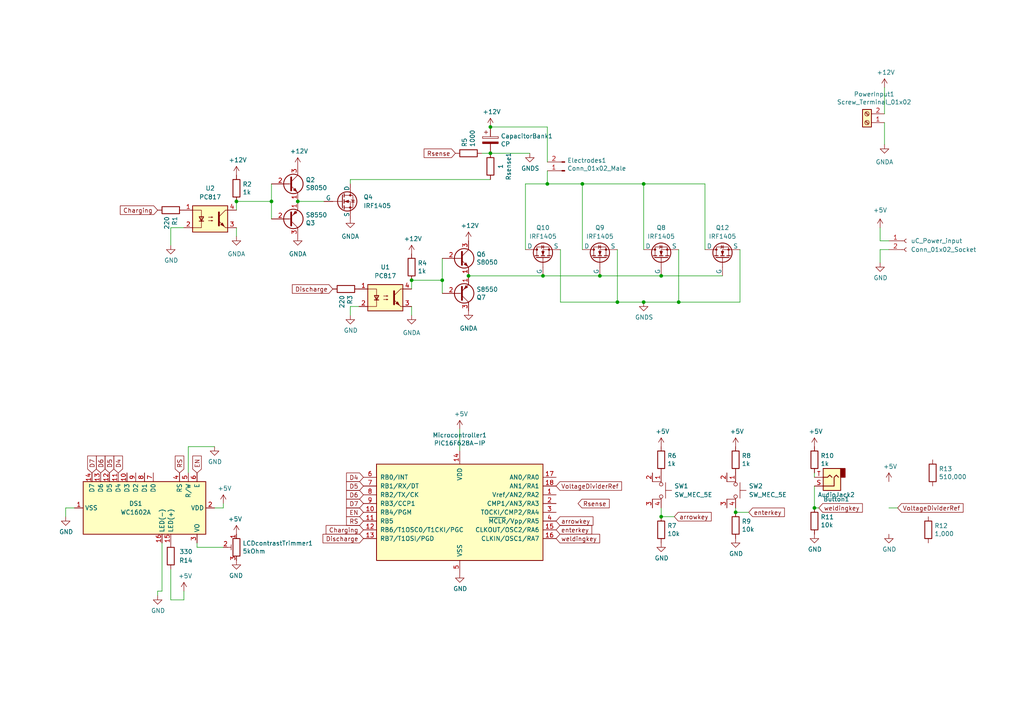
<source format=kicad_sch>
(kicad_sch (version 20230121) (generator eeschema)
  (paper "A4")
  (lib_symbols
    (symbol "Connector:Conn_01x02_Socket" (pin_names (offset 1.016) hide)
      (property "Reference" "J" (at 0 2.54 0))
      (property "Value" "Conn_01x02_Socket" (at 0 -5.08 0))
      (symbol "Conn_01x02_Socket_1_1"
        (arc (start 0 -2.032) (mid -0.5058 -2.54) (end 0 -3.048) (stroke (width 0.1524)))
        (polyline (pts (xy -1.27 -2.54) (xy -0.508 -2.54)) (stroke (width 0.1524)))
        (polyline (pts (xy -1.27 0) (xy -0.508 0)) (stroke (width 0.1524)))
        (arc (start 0 0.508) (mid -0.5058 0) (end 0 -0.508) (stroke (width 0.1524)))
        (pin passive line (at -5.08 0 0) (length 3.81) (name "Pin_1") (number "1"))
        (pin passive line (at -5.08 -2.54 0) (length 3.81) (name "Pin_2") (number "2"))
      )
    )
    (symbol "Connector:Screw_Terminal_01x02" (pin_names (offset 1.016) hide)
      (property "Reference" "J" (at 0 2.54 0))
      (property "Value" "Screw_Terminal_01x02" (at 0 -5.08 0))
      (symbol "Screw_Terminal_01x02_1_1"
        (rectangle (start -1.27 1.27) (end 1.27 -3.81) (stroke (width 0.254)) (fill (type background)))
        (circle (center 0 -2.54) (radius 0.635) (stroke (width 0.1524)))
        (polyline (pts (xy -0.5334 -2.2098) (xy 0.3302 -3.048)) (stroke (width 0.1524)))
        (polyline (pts (xy -0.5334 0.3302) (xy 0.3302 -0.508)) (stroke (width 0.1524)))
        (polyline (pts (xy -0.3556 -2.032) (xy 0.508 -2.8702)) (stroke (width 0.1524)))
        (polyline (pts (xy -0.3556 0.508) (xy 0.508 -0.3302)) (stroke (width 0.1524)))
        (circle (center 0 0) (radius 0.635) (stroke (width 0.1524)))
        (pin passive line (at -5.08 0 0) (length 3.81) (name "Pin_1") (number "1"))
        (pin passive line (at -5.08 -2.54 0) (length 3.81) (name "Pin_2") (number "2"))
      )
    )
    (symbol "Device:R" (pin_numbers hide) (pin_names (offset 0))
      (property "Reference" "R" (at 2.032 0 90))
      (property "Value" "R" (at 0 0 90))
      (symbol "R_0_1"
        (rectangle (start -1.016 -2.54) (end 1.016 2.54) (stroke (width 0.254)))
      )
      (symbol "R_1_1"
        (pin passive line (at 0 3.81 270) (length 1.27) (name "~") (number "1"))
        (pin passive line (at 0 -3.81 90) (length 1.27) (name "~") (number "2"))
      )
    )
    (symbol "Display_Character:WC1602A"
      (property "Reference" "DS" (at -5.842 19.05 0))
      (property "Value" "WC1602A" (at 5.334 19.05 0))
      (symbol "WC1602A_1_1"
        (rectangle (start -7.62 17.78) (end 7.62 -17.78) (stroke (width 0.254)) (fill (type background)))
        (pin power_in line (at 0 -20.32 90) (length 2.54) (name "VSS") (number "1"))
        (pin input line (at -10.16 -5.08 0) (length 2.54) (name "D3") (number "10"))
        (pin input line (at -10.16 -7.62 0) (length 2.54) (name "D4") (number "11"))
        (pin input line (at -10.16 -10.16 0) (length 2.54) (name "D5") (number "12"))
        (pin input line (at -10.16 -12.7 0) (length 2.54) (name "D6") (number "13"))
        (pin input line (at -10.16 -15.24 0) (length 2.54) (name "D7") (number "14"))
        (pin power_in line (at 10.16 7.62 180) (length 2.54) (name "LED(+)") (number "15"))
        (pin power_in line (at 10.16 5.08 180) (length 2.54) (name "LED(-)") (number "16"))
        (pin power_in line (at 0 20.32 270) (length 2.54) (name "VDD") (number "2"))
        (pin input line (at 10.16 15.24 180) (length 2.54) (name "VO") (number "3"))
        (pin input line (at -10.16 10.16 0) (length 2.54) (name "RS") (number "4"))
        (pin input line (at -10.16 12.7 0) (length 2.54) (name "R/W") (number "5"))
        (pin input line (at -10.16 15.24 0) (length 2.54) (name "E") (number "6"))
        (pin input line (at -10.16 2.54 0) (length 2.54) (name "D0") (number "7"))
        (pin input line (at -10.16 0 0) (length 2.54) (name "D1") (number "8"))
        (pin input line (at -10.16 -2.54 0) (length 2.54) (name "D2") (number "9"))
      )
    )
    (symbol "Isolator:PC817" (pin_names (offset 1.016))
      (property "Reference" "U" (at -5.08 5.08 0))
      (property "Value" "PC817" (at 0 5.08 0))
      (symbol "PC817_0_1"
        (rectangle (start -5.08 3.81) (end 5.08 -3.81) (stroke (width 0.254)) (fill (type background)))
        (polyline (pts (xy -3.175 -0.635) (xy -1.905 -0.635)) (stroke (width 0.254)))
        (polyline (pts (xy 2.54 0.635) (xy 4.445 2.54)))
        (polyline (pts (xy 4.445 -2.54) (xy 2.54 -0.635)) (fill (type outline)))
        (polyline (pts (xy 4.445 -2.54) (xy 5.08 -2.54)))
        (polyline (pts (xy 4.445 2.54) (xy 5.08 2.54)))
        (polyline (pts (xy -5.08 2.54) (xy -2.54 2.54) (xy -2.54 -0.635)))
        (polyline (pts (xy -2.54 -0.635) (xy -2.54 -2.54) (xy -5.08 -2.54)))
        (polyline (pts (xy 2.54 1.905) (xy 2.54 -1.905) (xy 2.54 -1.905)) (stroke (width 0.508)))
        (polyline (pts (xy -2.54 -0.635) (xy -3.175 0.635) (xy -1.905 0.635) (xy -2.54 -0.635)) (stroke (width 0.254)))
        (polyline (pts (xy -0.508 -0.508) (xy 0.762 -0.508) (xy 0.381 -0.635) (xy 0.381 -0.381) (xy 0.762 -0.508)))
        (polyline (pts (xy -0.508 0.508) (xy 0.762 0.508) (xy 0.381 0.381) (xy 0.381 0.635) (xy 0.762 0.508)))
        (polyline (pts (xy 3.048 -1.651) (xy 3.556 -1.143) (xy 4.064 -2.159) (xy 3.048 -1.651) (xy 3.048 -1.651)) (fill (type outline)))
      )
      (symbol "PC817_1_1"
        (pin passive line (at -7.62 2.54 0) (length 2.54) (name "~") (number "1"))
        (pin passive line (at -7.62 -2.54 0) (length 2.54) (name "~") (number "2"))
        (pin passive line (at 7.62 -2.54 180) (length 2.54) (name "~") (number "3"))
        (pin passive line (at 7.62 2.54 180) (length 2.54) (name "~") (number "4"))
      )
    )
    (symbol "MCU_Microchip_PIC16:PIC16F628A-IP" (pin_names (offset 1.016))
      (property "Reference" "U" (at -24.13 17.78 0))
      (property "Value" "PIC16F628A-IP" (at -24.13 15.24 0))
      (symbol "PIC16F628A-IP_0_1"
        (rectangle (start 24.13 13.97) (end -24.13 -13.97) (stroke (width 0.254)) (fill (type background)))
      )
      (symbol "PIC16F628A-IP_1_1"
        (pin bidirectional line (at 27.94 5.08 180) (length 3.81) (name "Vref/AN2/RA2") (number "1"))
        (pin bidirectional line (at -27.94 0 0) (length 3.81) (name "RB4/PGM") (number "10"))
        (pin bidirectional line (at -27.94 -2.54 0) (length 3.81) (name "RB5") (number "11"))
        (pin bidirectional line (at -27.94 -5.08 0) (length 3.81) (name "RB6/T1OSC0/T1CKI/PGC") (number "12"))
        (pin bidirectional line (at -27.94 -7.62 0) (length 3.81) (name "RB7/T1OSI/PGD") (number "13"))
        (pin power_in line (at 0 17.78 270) (length 3.81) (name "VDD") (number "14"))
        (pin bidirectional line (at 27.94 -5.08 180) (length 3.81) (name "CLKOUT/OSC2/RA6") (number "15"))
        (pin bidirectional line (at 27.94 -7.62 180) (length 3.81) (name "CLKIN/OSC1/RA7") (number "16"))
        (pin bidirectional line (at 27.94 10.16 180) (length 3.81) (name "AN0/RA0") (number "17"))
        (pin bidirectional line (at 27.94 7.62 180) (length 3.81) (name "AN1/RA1") (number "18"))
        (pin bidirectional line (at 27.94 2.54 180) (length 3.81) (name "CMP1/AN3/RA3") (number "2"))
        (pin bidirectional line (at 27.94 0 180) (length 3.81) (name "TOCKI/CMP2/RA4") (number "3"))
        (pin input line (at 27.94 -2.54 180) (length 3.81) (name "~{MCLR}/Vpp/RA5") (number "4"))
        (pin power_in line (at 0 -17.78 90) (length 3.81) (name "VSS") (number "5"))
        (pin bidirectional line (at -27.94 10.16 0) (length 3.81) (name "RB0/INT") (number "6"))
        (pin bidirectional line (at -27.94 7.62 0) (length 3.81) (name "RB1/RX/DT") (number "7"))
        (pin bidirectional line (at -27.94 5.08 0) (length 3.81) (name "RB2/TX/CK") (number "8"))
        (pin bidirectional line (at -27.94 2.54 0) (length 3.81) (name "RB3/CCP1") (number "9"))
      )
    )
    (symbol "Simulation_SPICE:NMOS" (pin_numbers hide) (pin_names (offset 0))
      (property "Reference" "Q" (at 5.08 1.27 0))
      (property "Value" "NMOS" (at 5.08 -1.27 0))
      (symbol "NMOS_0_1"
        (polyline (pts (xy 0.254 0) (xy -2.54 0)))
        (polyline (pts (xy 0.254 1.905) (xy 0.254 -1.905)) (stroke (width 0.254)))
        (polyline (pts (xy 0.762 -1.27) (xy 0.762 -2.286)) (stroke (width 0.254)))
        (polyline (pts (xy 0.762 0.508) (xy 0.762 -0.508)) (stroke (width 0.254)))
        (polyline (pts (xy 0.762 2.286) (xy 0.762 1.27)) (stroke (width 0.254)))
        (polyline (pts (xy 2.54 2.54) (xy 2.54 1.778)))
        (polyline (pts (xy 2.54 -2.54) (xy 2.54 0) (xy 0.762 0)))
        (polyline (pts (xy 0.762 -1.778) (xy 3.302 -1.778) (xy 3.302 1.778) (xy 0.762 1.778)))
        (polyline (pts (xy 1.016 0) (xy 2.032 0.381) (xy 2.032 -0.381) (xy 1.016 0)) (fill (type outline)))
        (polyline (pts (xy 2.794 0.508) (xy 2.921 0.381) (xy 3.683 0.381) (xy 3.81 0.254)))
        (polyline (pts (xy 3.302 0.381) (xy 2.921 -0.254) (xy 3.683 -0.254) (xy 3.302 0.381)))
        (circle (center 1.651 0) (radius 2.794) (stroke (width 0.254)))
        (circle (center 2.54 -1.778) (radius 0.254) (fill (type outline)))
        (circle (center 2.54 1.778) (radius 0.254) (fill (type outline)))
      )
      (symbol "NMOS_1_1"
        (pin passive line (at 2.54 5.08 270) (length 2.54) (name "D") (number "1"))
        (pin input line (at -5.08 0 0) (length 2.54) (name "G") (number "2"))
        (pin passive line (at 2.54 -5.08 90) (length 2.54) (name "S") (number "3"))
      )
    )
    (symbol "Switch:SW_MEC_5E" (pin_names (offset 1.016) hide)
      (property "Reference" "SW" (at 0.635 5.715 0))
      (property "Value" "SW_MEC_5E" (at 0 -3.175 0))
      (symbol "SW_MEC_5E_0_1"
        (circle (center -1.778 2.54) (radius 0.508))
        (polyline (pts (xy -2.286 3.81) (xy 2.286 3.81)))
        (polyline (pts (xy 0 3.81) (xy 0 5.588)))
        (polyline (pts (xy -2.54 0) (xy -2.54 2.54) (xy -2.286 2.54)))
        (polyline (pts (xy 2.54 0) (xy 2.54 2.54) (xy 2.286 2.54)))
        (circle (center 1.778 2.54) (radius 0.508))
        (pin passive line (at -5.08 2.54 0) (length 2.54) (name "1") (number "1"))
        (pin passive line (at -5.08 0 0) (length 2.54) (name "2") (number "2"))
        (pin passive line (at 5.08 0 180) (length 2.54) (name "K") (number "3"))
        (pin passive line (at 5.08 2.54 180) (length 2.54) (name "A") (number "4"))
      )
    )
    (symbol "Transistor_BJT:S8050" (pin_names (offset 0) hide)
      (property "Reference" "Q" (at 5.08 1.905 0))
      (property "Value" "S8050" (at 5.08 0 0))
      (symbol "S8050_0_1"
        (polyline (pts (xy 0 0) (xy 0.635 0)))
        (polyline (pts (xy 0.635 0.635) (xy 2.54 2.54)))
        (polyline (pts (xy 0.635 -0.635) (xy 2.54 -2.54) (xy 2.54 -2.54)))
        (polyline (pts (xy 0.635 1.905) (xy 0.635 -1.905) (xy 0.635 -1.905)) (stroke (width 0.508)))
        (polyline (pts (xy 1.27 -1.778) (xy 1.778 -1.27) (xy 2.286 -2.286) (xy 1.27 -1.778) (xy 1.27 -1.778)) (fill (type outline)))
        (circle (center 1.27 0) (radius 2.8194) (stroke (width 0.254)))
      )
      (symbol "S8050_1_1"
        (pin passive line (at 2.54 -5.08 90) (length 2.54) (name "E") (number "1"))
        (pin input line (at -5.08 0 0) (length 5.08) (name "B") (number "2"))
        (pin passive line (at 2.54 5.08 270) (length 2.54) (name "C") (number "3"))
      )
    )
    (symbol "Transistor_BJT:S8550" (pin_names (offset 0) hide)
      (property "Reference" "Q" (at 5.08 1.905 0))
      (property "Value" "S8550" (at 5.08 0 0))
      (symbol "S8550_0_1"
        (polyline (pts (xy 0 0) (xy 0.635 0)))
        (polyline (pts (xy 2.54 -2.54) (xy 0.635 -0.635)))
        (polyline (pts (xy 2.54 2.54) (xy 0.635 0.635)))
        (polyline (pts (xy 0.635 1.905) (xy 0.635 -1.905) (xy 0.635 -1.905)) (stroke (width 0.508)) (fill (type outline)))
        (polyline (pts (xy 1.778 -2.286) (xy 2.286 -1.778) (xy 1.27 -1.27) (xy 1.778 -2.286) (xy 1.778 -2.286)) (fill (type outline)))
        (circle (center 1.27 0) (radius 2.8194) (stroke (width 0.254)))
      )
      (symbol "S8550_1_1"
        (pin passive line (at 2.54 -5.08 90) (length 2.54) (name "E") (number "1"))
        (pin input line (at -5.08 0 0) (length 5.08) (name "B") (number "2"))
        (pin passive line (at 2.54 5.08 270) (length 2.54) (name "C") (number "3"))
      )
    )
    (symbol "circuit-rescue:AudioJack2-Connector"
      (property "Reference" "J" (at 0 8.89 0))
      (property "Value" "Connector_AudioJack2" (at 0 6.35 0))
      (symbol "AudioJack2-Connector_0_1"
        (rectangle (start -3.81 0) (end -2.54 -2.54) (stroke (width 0.254)) (fill (type outline)))
        (rectangle (start -2.54 3.81) (end 2.54 -2.54) (stroke (width 0.254)) (fill (type background)))
        (polyline (pts (xy 0 0) (xy 0.635 -0.635) (xy 1.27 0) (xy 2.54 0)) (stroke (width 0.254)))
        (polyline (pts (xy 2.54 2.54) (xy -0.635 2.54) (xy -0.635 0) (xy -1.27 -0.635) (xy -1.905 0)) (stroke (width 0.254)))
      )
      (symbol "AudioJack2-Connector_1_1"
        (pin passive line (at 5.08 2.54 180) (length 2.54) (name "~") (number "S"))
        (pin passive line (at 5.08 0 180) (length 2.54) (name "~") (number "T"))
      )
    )
    (symbol "circuit-rescue:CP-Device" (pin_numbers hide) (pin_names (offset 0.254))
      (property "Reference" "C" (at 0.635 2.54 0))
      (property "Value" "Device_CP" (at 0.635 -2.54 0))
      (symbol "CP-Device_0_1"
        (rectangle (start -2.286 0.508) (end 2.286 1.016))
        (polyline (pts (xy -1.778 2.286) (xy -0.762 2.286)))
        (polyline (pts (xy -1.27 2.794) (xy -1.27 1.778)))
        (rectangle (start 2.286 -0.508) (end -2.286 -1.016) (fill (type outline)))
      )
      (symbol "CP-Device_1_1"
        (pin passive line (at 0 3.81 270) (length 2.794) (name "~") (number "1"))
        (pin passive line (at 0 -3.81 90) (length 2.794) (name "~") (number "2"))
      )
    )
    (symbol "circuit-rescue:Conn_01x02_Male-Connector" (pin_names (offset 1.016) hide)
      (property "Reference" "J" (at 0 2.54 0))
      (property "Value" "Connector_Conn_01x02_Male" (at 0 -5.08 0))
      (symbol "Conn_01x02_Male-Connector_1_1"
        (polyline (pts (xy 1.27 -2.54) (xy 0.8636 -2.54)) (stroke (width 0.1524)))
        (polyline (pts (xy 1.27 0) (xy 0.8636 0)) (stroke (width 0.1524)))
        (rectangle (start 0.8636 -2.413) (end 0 -2.667) (stroke (width 0.1524)) (fill (type outline)))
        (rectangle (start 0.8636 0.127) (end 0 -0.127) (stroke (width 0.1524)) (fill (type outline)))
        (pin passive line (at 5.08 0 180) (length 3.81) (name "Pin_1") (number "1"))
        (pin passive line (at 5.08 -2.54 180) (length 3.81) (name "Pin_2") (number "2"))
      )
    )
    (symbol "circuit-rescue:R_POT_TRIM-Device" (pin_names (offset 1.016) hide)
      (property "Reference" "RV" (at -4.445 0 90))
      (property "Value" "Device_R_POT_TRIM" (at -2.54 0 90))
      (symbol "R_POT_TRIM-Device_0_1"
        (polyline (pts (xy 1.524 0.762) (xy 1.524 -0.762)))
        (polyline (pts (xy 2.54 0) (xy 1.524 0)))
        (rectangle (start 1.016 2.54) (end -1.016 -2.54) (stroke (width 0.254)))
      )
      (symbol "R_POT_TRIM-Device_1_1"
        (pin passive line (at 0 3.81 270) (length 1.27) (name "1") (number "1"))
        (pin passive line (at 3.81 0 180) (length 1.27) (name "2") (number "2"))
        (pin passive line (at 0 -3.81 90) (length 1.27) (name "3") (number "3"))
      )
    )
    (symbol "power:+12V" (power) (pin_names (offset 0))
      (property "Value" "+12V" (at 0 3.556 0))
      (symbol "+12V_0_1"
        (polyline (pts (xy -0.762 1.27) (xy 0 2.54)))
        (polyline (pts (xy 0 0) (xy 0 2.54)))
        (polyline (pts (xy 0 2.54) (xy 0.762 1.27)))
      )
      (symbol "+12V_1_1"
        (pin power_in line (at 0 0 90) (length 0) hide (name "+12V") (number "1"))
      )
    )
    (symbol "power:+5V" (power) (pin_names (offset 0))
      (property "Value" "+5V" (at 0 3.556 0))
      (symbol "+5V_0_1"
        (polyline (pts (xy -0.762 1.27) (xy 0 2.54)))
        (polyline (pts (xy 0 0) (xy 0 2.54)))
        (polyline (pts (xy 0 2.54) (xy 0.762 1.27)))
      )
      (symbol "+5V_1_1"
        (pin power_in line (at 0 0 90) (length 0) hide (name "+5V") (number "1"))
      )
    )
    (symbol "power:GND" (power) (pin_names (offset 0))
      (property "Value" "GND" (at 0 -3.81 0))
      (symbol "GND_0_1"
        (polyline (pts (xy 0 0) (xy 0 -1.27) (xy 1.27 -1.27) (xy 0 -2.54) (xy -1.27 -1.27) (xy 0 -1.27)))
      )
      (symbol "GND_1_1"
        (pin power_in line (at 0 0 270) (length 0) hide (name "GND") (number "1"))
      )
    )
    (symbol "power:GNDA" (power) (pin_names (offset 0))
      (property "Value" "GNDA" (at 0 -3.81 0))
      (symbol "GNDA_0_1"
        (polyline (pts (xy 0 0) (xy 0 -1.27) (xy 1.27 -1.27) (xy 0 -2.54) (xy -1.27 -1.27) (xy 0 -1.27)))
      )
      (symbol "GNDA_1_1"
        (pin power_in line (at 0 0 270) (length 0) hide (name "GNDA") (number "1"))
      )
    )
    (symbol "power:GNDS" (power) (pin_names (offset 0))
      (property "Value" "GNDS" (at 0 -3.81 0))
      (symbol "GNDS_0_1"
        (polyline (pts (xy 0 0) (xy 0 -1.27) (xy 1.27 -1.27) (xy 0 -2.54) (xy -1.27 -1.27) (xy 0 -1.27)))
      )
      (symbol "GNDS_1_1"
        (pin power_in line (at 0 0 270) (length 0) hide (name "GNDS") (number "1"))
      )
    )
  )
  (junction (at 168.91 53.34))
  (junction (at 236.22 147.32))
  (junction (at 68.58 58.42))
  (junction (at 186.69 53.34))
  (junction (at 186.69 87.63))
  (junction (at 142.24 44.45))
  (junction (at 119.38 81.28))
  (junction (at 191.77 149.86))
  (junction (at 157.48 80.01))
  (junction (at 213.36 148.59))
  (junction (at 78.74 58.42))
  (junction (at 179.07 87.63))
  (junction (at 142.24 36.83))
  (junction (at 191.77 80.01))
  (junction (at 158.75 53.34))
  (junction (at 86.36 58.42))
  (junction (at 128.27 81.28))
  (junction (at 135.89 80.01))
  (junction (at 173.99 80.01))
  (junction (at 196.85 87.63))
  (wire (pts (xy 162.56 72.39) (xy 162.56 87.63)))
  (wire (pts (xy 128.27 81.28) (xy 119.38 81.28)))
  (wire (pts (xy 133.35 124.46) (xy 133.35 130.81)))
  (wire (pts (xy 78.74 58.42) (xy 78.74 63.5)))
  (wire (pts (xy 139.7 44.45) (xy 142.24 44.45)))
  (wire (pts (xy 236.22 140.97) (xy 236.22 147.32)))
  (wire (pts (xy 157.48 80.01) (xy 173.99 80.01)))
  (wire (pts (xy 19.05 149.86) (xy 19.05 147.32)))
  (wire (pts (xy 53.34 173.99) (xy 53.34 171.45)))
  (wire (pts (xy 255.27 72.39) (xy 257.81 72.39)))
  (wire (pts (xy 128.27 81.28) (xy 128.27 85.09)))
  (wire (pts (xy 195.58 149.86) (xy 191.77 149.86)))
  (wire (pts (xy 191.77 147.32) (xy 191.77 149.86)))
  (wire (pts (xy 168.91 53.34) (xy 186.69 53.34)))
  (wire (pts (xy 49.53 66.04) (xy 53.34 66.04)))
  (wire (pts (xy 68.58 58.42) (xy 78.74 58.42)))
  (wire (pts (xy 93.98 58.42) (xy 86.36 58.42)))
  (wire (pts (xy 158.75 53.34) (xy 168.91 53.34)))
  (wire (pts (xy 152.4 53.34) (xy 158.75 53.34)))
  (wire (pts (xy 19.05 147.32) (xy 21.59 147.32)))
  (wire (pts (xy 214.63 87.63) (xy 196.85 87.63)))
  (wire (pts (xy 45.72 172.72) (xy 45.72 171.45)))
  (wire (pts (xy 237.49 147.32) (xy 236.22 147.32)))
  (wire (pts (xy 162.56 87.63) (xy 179.07 87.63)))
  (wire (pts (xy 255.27 66.04) (xy 255.27 69.85)))
  (wire (pts (xy 49.53 165.1) (xy 49.53 173.99)))
  (wire (pts (xy 142.24 52.07) (xy 101.6 52.07)))
  (wire (pts (xy 142.24 44.45) (xy 153.67 44.45)))
  (wire (pts (xy 78.74 53.34) (xy 78.74 58.42)))
  (wire (pts (xy 49.53 71.12) (xy 49.53 66.04)))
  (wire (pts (xy 179.07 72.39) (xy 179.07 87.63)))
  (wire (pts (xy 217.17 148.59) (xy 213.36 148.59)))
  (wire (pts (xy 191.77 80.01) (xy 209.55 80.01)))
  (wire (pts (xy 196.85 72.39) (xy 196.85 87.63)))
  (wire (pts (xy 119.38 81.28) (xy 119.38 83.82)))
  (wire (pts (xy 49.53 173.99) (xy 53.34 173.99)))
  (wire (pts (xy 179.07 87.63) (xy 186.69 87.63)))
  (wire (pts (xy 68.58 58.42) (xy 68.58 60.96)))
  (wire (pts (xy 64.77 147.32) (xy 62.23 147.32)))
  (wire (pts (xy 128.27 74.93) (xy 128.27 81.28)))
  (wire (pts (xy 45.72 171.45) (xy 46.99 171.45)))
  (wire (pts (xy 142.24 36.83) (xy 158.75 36.83)))
  (wire (pts (xy 213.36 147.32) (xy 213.36 148.59)))
  (wire (pts (xy 152.4 72.39) (xy 152.4 53.34)))
  (wire (pts (xy 57.15 158.75) (xy 57.15 157.48)))
  (wire (pts (xy 46.99 157.48) (xy 46.99 171.45)))
  (wire (pts (xy 158.75 36.83) (xy 158.75 46.99)))
  (wire (pts (xy 255.27 69.85) (xy 257.81 69.85)))
  (wire (pts (xy 64.77 146.05) (xy 64.77 147.32)))
  (wire (pts (xy 135.89 80.01) (xy 157.48 80.01)))
  (wire (pts (xy 196.85 87.63) (xy 186.69 87.63)))
  (wire (pts (xy 204.47 72.39) (xy 204.47 53.34)))
  (wire (pts (xy 158.75 53.34) (xy 158.75 49.53)))
  (wire (pts (xy 101.6 88.9) (xy 104.14 88.9)))
  (wire (pts (xy 186.69 72.39) (xy 186.69 53.34)))
  (wire (pts (xy 186.69 53.34) (xy 204.47 53.34)))
  (wire (pts (xy 68.58 66.04) (xy 68.58 68.58)))
  (wire (pts (xy 236.22 137.16) (xy 236.22 138.43)))
  (wire (pts (xy 214.63 72.39) (xy 214.63 87.63)))
  (wire (pts (xy 173.99 80.01) (xy 191.77 80.01)))
  (wire (pts (xy 101.6 52.07) (xy 101.6 53.34)))
  (wire (pts (xy 256.54 25.4) (xy 256.54 33.02)))
  (wire (pts (xy 119.38 88.9) (xy 119.38 91.44)))
  (wire (pts (xy 54.61 129.54) (xy 62.23 129.54)))
  (wire (pts (xy 168.91 72.39) (xy 168.91 53.34)))
  (wire (pts (xy 255.27 76.2) (xy 255.27 72.39)))
  (wire (pts (xy 54.61 137.16) (xy 54.61 129.54)))
  (wire (pts (xy 64.77 158.75) (xy 57.15 158.75)))
  (wire (pts (xy 260.35 147.32) (xy 257.81 147.32)))
  (wire (pts (xy 256.54 35.56) (xy 256.54 41.91)))
  (wire (pts (xy 101.6 91.44) (xy 101.6 88.9)))
  (global_label "Discharge" (shape input) (at 96.52 83.82 180) (property "Intersheetrefs" "${INTERSHEET_REFS}" (effects hide)))
  (global_label "weldingkey" (shape input) (at 161.29 156.21 0) (property "Intersheetrefs" "${INTERSHEET_REFS}" (effects hide)))
  (global_label "D5" (shape input) (at 105.41 140.97 180) (property "Intersheetrefs" "${INTERSHEET_REFS}" (effects hide)))
  (global_label "weldingkey" (shape input) (at 237.49 147.32 0) (property "Intersheetrefs" "${INTERSHEET_REFS}" (effects hide)))
  (global_label "D6" (shape input) (at 105.41 143.51 180) (property "Intersheetrefs" "${INTERSHEET_REFS}" (effects hide)))
  (global_label "D7" (shape input) (at 105.41 146.05 180) (property "Intersheetrefs" "${INTERSHEET_REFS}" (effects hide)))
  (global_label "VoltageDividerRef" (shape input) (at 260.35 147.32 0) (property "Intersheetrefs" "${INTERSHEET_REFS}" (effects hide)))
  (global_label "D4" (shape input) (at 34.29 137.16 90) (property "Intersheetrefs" "${INTERSHEET_REFS}" (effects hide)))
  (global_label "Charging" (shape input) (at 45.72 60.96 180) (property "Intersheetrefs" "${INTERSHEET_REFS}" (effects hide)))
  (global_label "D7" (shape input) (at 26.67 137.16 90) (property "Intersheetrefs" "${INTERSHEET_REFS}" (effects hide)))
  (global_label "D4" (shape input) (at 105.41 138.43 180) (property "Intersheetrefs" "${INTERSHEET_REFS}" (effects hide)))
  (global_label "arrowkey" (shape input) (at 161.29 151.13 0) (property "Intersheetrefs" "${INTERSHEET_REFS}" (effects hide)))
  (global_label "EN" (shape input) (at 57.15 137.16 90) (property "Intersheetrefs" "${INTERSHEET_REFS}" (effects hide)))
  (global_label "Discharge" (shape input) (at 105.41 156.21 180) (property "Intersheetrefs" "${INTERSHEET_REFS}" (effects hide)))
  (global_label "RS" (shape input) (at 52.07 137.16 90) (property "Intersheetrefs" "${INTERSHEET_REFS}" (effects hide)))
  (global_label "enterkey" (shape input) (at 217.17 148.59 0) (property "Intersheetrefs" "${INTERSHEET_REFS}" (effects hide)))
  (global_label "Charging" (shape input) (at 105.41 153.67 180) (property "Intersheetrefs" "${INTERSHEET_REFS}" (effects hide)))
  (global_label "arrowkey" (shape input) (at 195.58 149.86 0) (property "Intersheetrefs" "${INTERSHEET_REFS}" (effects hide)))
  (global_label "RS" (shape input) (at 105.41 151.13 180) (property "Intersheetrefs" "${INTERSHEET_REFS}" (effects hide)))
  (global_label "EN" (shape input) (at 105.41 148.59 180) (property "Intersheetrefs" "${INTERSHEET_REFS}" (effects hide)))
  (global_label "enterkey" (shape input) (at 161.29 153.67 0) (property "Intersheetrefs" "${INTERSHEET_REFS}" (effects hide)))
  (global_label "D5" (shape input) (at 31.75 137.16 90) (property "Intersheetrefs" "${INTERSHEET_REFS}" (effects hide)))
  (global_label "Rsense" (shape input) (at 132.08 44.45 180) (property "Intersheetrefs" "${INTERSHEET_REFS}" (effects hide)))
  (global_label "D6" (shape input) (at 29.21 137.16 90) (property "Intersheetrefs" "${INTERSHEET_REFS}" (effects hide)))
  (global_label "Rsense" (shape input) (at 167.64 146.05 0) (property "Intersheetrefs" "${INTERSHEET_REFS}" (effects hide)))
  (global_label "VoltageDividerRef" (shape input) (at 161.29 140.97 0) (property "Intersheetrefs" "${INTERSHEET_REFS}" (effects hide)))
  (symbol (lib_id "power:GND") (at 257.81 154.94 0) (unit 1)
    (property "Reference" "#PWR036" (effects hide))
    (property "Value" "GND" (at 257.937 159.3342 0))
  )
  (symbol (lib_id "Connector:Screw_Terminal_01x02") (at 251.46 35.56 180) (unit 1)
    (property "Reference" "PowerInput1" (at 253.5428 27.305 0))
    (property "Value" "Screw_Terminal_01x02" (at 253.5428 29.6164 0))
    (property "Footprint" "TerminalBlock:TerminalBlock_bornier-2_P5.08mm" (effects hide))
  )
  (symbol (lib_id "power:+5V") (at 68.58 154.94 0) (mirror y) (unit 1)
    (property "Reference" "#PWR01" (effects hide))
    (property "Value" "+5V" (at 68.199 150.5458 0))
  )
  (symbol (lib_id "power:+12V") (at 86.36 48.26 0) (unit 1)
    (property "Reference" "#PWR08" (effects hide))
    (property "Value" "+12V" (at 86.741 43.8658 0))
  )
  (symbol (lib_id "power:+5V") (at 236.22 129.54 0) (unit 1)
    (property "Reference" "#PWR033" (effects hide))
    (property "Value" "+5V" (at 236.601 125.1458 0))
  )
  (symbol (lib_id "Device:R") (at 119.38 77.47 0) (unit 1)
    (property "Reference" "R4" (at 121.158 76.3016 0) (effects (justify left)))
    (property "Value" "1k" (at 121.158 78.613 0) (effects (justify left)))
    (property "Footprint" "Resistor_THT:R_Axial_DIN0207_L6.3mm_D2.5mm_P7.62mm_Horizontal" (effects hide))
  )
  (symbol (lib_id "Simulation_SPICE:NMOS") (at 209.55 74.93 90) (unit 1)
    (property "Reference" "Q12" (at 209.55 66.04 90))
    (property "Value" "IRF1405" (at 209.55 68.58 90))
    (property "Footprint" "Package_TO_SOT_THT:TO-220-3_Vertical" (effects hide))
    (property "Datasheet" "https://ngspice.sourceforge.io/docs/ngspice-manual.pdf" (effects hide))
    (property "Sim.Device" "NMOS" (effects hide))
    (property "Sim.Type" "VDMOS" (effects hide))
    (property "Sim.Pins" "1=D 2=G 3=S" (effects hide))
  )
  (symbol (lib_id "power:+12V") (at 135.89 69.85 0) (unit 1)
    (property "Reference" "#PWR015" (effects hide))
    (property "Value" "+12V" (at 136.271 65.4558 0))
  )
  (symbol (lib_id "Simulation_SPICE:NMOS") (at 173.99 74.93 90) (unit 1)
    (property "Reference" "Q9" (at 173.99 66.04 90))
    (property "Value" "IRF1405" (at 173.99 68.58 90))
    (property "Footprint" "Package_TO_SOT_THT:TO-220-3_Vertical" (effects hide))
    (property "Datasheet" "https://ngspice.sourceforge.io/docs/ngspice-manual.pdf" (effects hide))
    (property "Sim.Device" "NMOS" (effects hide))
    (property "Sim.Type" "VDMOS" (effects hide))
    (property "Sim.Pins" "1=D 2=G 3=S" (effects hide))
  )
  (symbol (lib_id "Device:R") (at 213.36 133.35 0) (unit 1)
    (property "Reference" "R8" (at 215.138 132.1816 0) (effects (justify left)))
    (property "Value" "1k" (at 215.138 134.493 0) (effects (justify left)))
    (property "Footprint" "Resistor_THT:R_Axial_DIN0207_L6.3mm_D2.5mm_P7.62mm_Horizontal" (effects hide))
  )
  (symbol (lib_id "Display_Character:WC1602A") (at 41.91 147.32 270) (unit 1)
    (property "Reference" "DS1" (at 39.37 146.05 90))
    (property "Value" "WC1602A" (at 39.37 148.59 90))
    (property "Footprint" "Display:WC1602A" (effects hide))
    (property "Datasheet" "http://www.wincomlcd.com/pdf/WC1602A-SFYLYHTC06.pdf" (effects hide))
  )
  (symbol (lib_id "Device:R") (at 270.51 137.16 0) (unit 1)
    (property "Reference" "R13" (at 272.288 135.9916 0) (effects (justify left)))
    (property "Value" "510,000" (at 272.288 138.303 0) (effects (justify left)))
    (property "Footprint" "Resistor_THT:R_Axial_DIN0207_L6.3mm_D2.5mm_P7.62mm_Horizontal" (effects hide))
  )
  (symbol (lib_id "Connector:Conn_01x02_Socket") (at 262.89 69.85 0) (unit 1)
    (property "Reference" "uC_Power_input" (at 264.16 69.85 0) (effects (justify left)))
    (property "Value" "Conn_01x02_Socket" (at 264.16 72.39 0) (effects (justify left)))
    (property "Footprint" "Connector_JST:JST_EH_B2B-EH-A_1x02_P2.50mm_Vertical" (effects hide))
  )
  (symbol (lib_id "Device:R") (at 236.22 151.13 0) (unit 1)
    (property "Reference" "R11" (at 237.998 149.9616 0) (effects (justify left)))
    (property "Value" "10k" (at 237.998 152.273 0) (effects (justify left)))
    (property "Footprint" "Resistor_THT:R_Axial_DIN0207_L6.3mm_D2.5mm_P7.62mm_Horizontal" (effects hide))
  )
  (symbol (lib_id "Transistor_BJT:S8050") (at 83.82 53.34 0) (unit 1)
    (property "Reference" "Q2" (at 88.646 52.1716 0) (effects (justify left)))
    (property "Value" "S8050" (at 88.646 54.483 0) (effects (justify left)))
    (property "Footprint" "Package_TO_SOT_THT:TO-92_Inline" (effects hide))
    (property "Datasheet" "http://www.unisonic.com.tw/datasheet/S8050.pdf" (effects hide))
  )
  (symbol (lib_id "Isolator:PC817") (at 111.76 86.36 0) (unit 1)
    (property "Reference" "U1" (at 111.76 77.47 0))
    (property "Value" "PC817" (at 111.76 80.01 0))
    (property "Footprint" "Package_DIP:DIP-4_W7.62mm" (effects hide))
    (property "Datasheet" "http://www.soselectronic.cz/a_info/resource/d/pc817.pdf" (effects hide))
  )
  (symbol (lib_id "power:GND") (at 68.58 162.56 0) (mirror y) (unit 1)
    (property "Reference" "#PWR02" (effects hide))
    (property "Value" "GND" (at 68.453 166.9542 0))
  )
  (symbol (lib_id "power:GNDA") (at 119.38 91.44 0) (unit 1)
    (property "Reference" "#PWR014" (effects hide))
    (property "Value" "GNDA" (at 119.38 96.52 0))
  )
  (symbol (lib_id "Device:R") (at 49.53 161.29 180) (unit 1)
    (property "Reference" "R14" (at 55.88 162.56 0) (effects (justify left)))
    (property "Value" "330" (at 55.88 160.02 0) (effects (justify left)))
    (property "Footprint" "Resistor_THT:R_Axial_DIN0207_L6.3mm_D2.5mm_P7.62mm_Horizontal" (effects hide))
  )
  (symbol (lib_id "Device:R") (at 269.24 153.67 0) (unit 1)
    (property "Reference" "R12" (at 271.018 152.5016 0) (effects (justify left)))
    (property "Value" "1,000" (at 271.018 154.813 0) (effects (justify left)))
    (property "Footprint" "Resistor_THT:R_Axial_DIN0207_L6.3mm_D2.5mm_P7.62mm_Horizontal" (effects hide))
  )
  (symbol (lib_id "Simulation_SPICE:NMOS") (at 191.77 74.93 90) (unit 1)
    (property "Reference" "Q8" (at 191.77 66.04 90))
    (property "Value" "IRF1405" (at 191.77 68.58 90))
    (property "Footprint" "Package_TO_SOT_THT:TO-220-3_Vertical" (effects hide))
    (property "Datasheet" "https://ngspice.sourceforge.io/docs/ngspice-manual.pdf" (effects hide))
    (property "Sim.Device" "NMOS" (effects hide))
    (property "Sim.Type" "VDMOS" (effects hide))
    (property "Sim.Pins" "1=D 2=G 3=S" (effects hide))
  )
  (symbol (lib_id "Device:R") (at 49.53 60.96 270) (unit 1)
    (property "Reference" "R1" (at 50.6984 62.738 0) (effects (justify left)))
    (property "Value" "220" (at 48.387 62.738 0) (effects (justify left)))
    (property "Footprint" "Resistor_THT:R_Axial_DIN0207_L6.3mm_D2.5mm_P7.62mm_Horizontal" (effects hide))
  )
  (symbol (lib_id "power:GNDA") (at 135.89 90.17 0) (unit 1)
    (property "Reference" "#PWR016" (effects hide))
    (property "Value" "GNDA" (at 135.89 95.25 0))
  )
  (symbol (lib_id "power:+5V") (at 257.81 139.7 0) (unit 1)
    (property "Reference" "#PWR035" (effects hide))
    (property "Value" "+5V" (at 258.191 135.3058 0))
  )
  (symbol (lib_id "Switch:SW_MEC_5E") (at 189.23 142.24 270) (unit 1)
    (property "Reference" "SW1" (at 195.58 140.97 90) (effects (justify left)))
    (property "Value" "SW_MEC_5E" (at 195.58 143.51 90) (effects (justify left)))
    (property "Footprint" "Button_Switch_THT:SW_PUSH-12mm" (effects hide))
    (property "Datasheet" "http://www.apem.com/int/index.php?controller=attachment&id_attachment=1371" (effects hide))
  )
  (symbol (lib_id "Device:R") (at 191.77 153.67 0) (unit 1)
    (property "Reference" "R7" (at 193.548 152.5016 0) (effects (justify left)))
    (property "Value" "10k" (at 193.548 154.813 0) (effects (justify left)))
    (property "Footprint" "Resistor_THT:R_Axial_DIN0207_L6.3mm_D2.5mm_P7.62mm_Horizontal" (effects hide))
  )
  (symbol (lib_id "power:GNDA") (at 86.36 68.58 0) (unit 1)
    (property "Reference" "#PWR09" (effects hide))
    (property "Value" "GNDA" (at 86.36 73.66 0))
  )
  (symbol (lib_id "circuit-rescue:R_POT_TRIM-Device") (at 68.58 158.75 0) (mirror y) (unit 1)
    (property "Reference" "LCDcontrastTrimmer1" (at 70.358 157.5816 0) (effects (justify right)))
    (property "Value" "5kOhm" (at 70.358 159.893 0) (effects (justify right)))
    (property "Footprint" "trimmer:trimmerEVND8A" (effects hide))
  )
  (symbol (lib_id "Device:R") (at 68.58 54.61 0) (unit 1)
    (property "Reference" "R2" (at 70.358 53.4416 0) (effects (justify left)))
    (property "Value" "1k" (at 70.358 55.753 0) (effects (justify left)))
    (property "Footprint" "Resistor_THT:R_Axial_DIN0207_L6.3mm_D2.5mm_P7.62mm_Horizontal" (effects hide))
  )
  (symbol (lib_id "Transistor_BJT:S8050") (at 133.35 74.93 0) (unit 1)
    (property "Reference" "Q6" (at 138.176 73.7616 0) (effects (justify left)))
    (property "Value" "S8050" (at 138.176 76.073 0) (effects (justify left)))
    (property "Footprint" "Package_TO_SOT_THT:TO-92_Inline" (effects hide))
    (property "Datasheet" "http://www.unisonic.com.tw/datasheet/S8050.pdf" (effects hide))
  )
  (symbol (lib_id "Device:R") (at 135.89 44.45 90) (unit 1)
    (property "Reference" "R5" (at 134.7216 42.672 0) (effects (justify left)))
    (property "Value" "1000" (at 137.033 42.672 0) (effects (justify left)))
    (property "Footprint" "Resistor_THT:R_Axial_DIN0207_L6.3mm_D2.5mm_P7.62mm_Horizontal" (effects hide))
  )
  (symbol (lib_id "power:GND") (at 191.77 157.48 0) (unit 1)
    (property "Reference" "#PWR025" (effects hide))
    (property "Value" "GND" (at 191.897 161.8742 0))
  )
  (symbol (lib_id "power:+12V") (at 256.54 25.4 0) (unit 1)
    (property "Reference" "#PWR022" (effects hide))
    (property "Value" "+12V" (at 256.921 21.0058 0))
  )
  (symbol (lib_id "Device:R") (at 191.77 133.35 0) (unit 1)
    (property "Reference" "R6" (at 193.548 132.1816 0) (effects (justify left)))
    (property "Value" "1k" (at 193.548 134.493 0) (effects (justify left)))
    (property "Footprint" "Resistor_THT:R_Axial_DIN0207_L6.3mm_D2.5mm_P7.62mm_Horizontal" (effects hide))
  )
  (symbol (lib_id "Device:R") (at 100.33 83.82 270) (unit 1)
    (property "Reference" "R3" (at 101.4984 85.598 0) (effects (justify left)))
    (property "Value" "220" (at 99.187 85.598 0) (effects (justify left)))
    (property "Footprint" "Resistor_THT:R_Axial_DIN0207_L6.3mm_D2.5mm_P7.62mm_Horizontal" (effects hide))
  )
  (symbol (lib_id "circuit-rescue:Conn_01x02_Male-Connector") (at 163.83 49.53 180) (unit 1)
    (property "Reference" "Electrodes1" (at 164.5412 46.5328 0) (effects (justify right)))
    (property "Value" "Conn_01x02_Male" (at 164.5412 48.8442 0) (effects (justify right)))
    (property "Footprint" "TerminalBlock:TerminalBlock_bornier-2_P5.08mm" (effects hide))
  )
  (symbol (lib_id "circuit-rescue:CP-Device") (at 142.24 40.64 0) (unit 1)
    (property "Reference" "CapacitorBank1" (at 145.2372 39.4716 0) (effects (justify left)))
    (property "Value" "CP" (at 145.2372 41.783 0) (effects (justify left)))
    (property "Footprint" "TerminalBlock:TerminalBlock_bornier-2_P5.08mm" (effects hide))
  )
  (symbol (lib_id "power:+12V") (at 119.38 73.66 0) (unit 1)
    (property "Reference" "#PWR013" (effects hide))
    (property "Value" "+12V" (at 119.761 69.2658 0))
  )
  (symbol (lib_id "power:GNDA") (at 68.58 68.58 0) (unit 1)
    (property "Reference" "#PWR06" (effects hide))
    (property "Value" "GNDA" (at 68.58 73.66 0))
  )
  (symbol (lib_id "power:+5V") (at 191.77 129.54 0) (unit 1)
    (property "Reference" "#PWR024" (effects hide))
    (property "Value" "+5V" (at 192.151 125.1458 0))
  )
  (symbol (lib_id "power:+5V") (at 255.27 66.04 0) (unit 1)
    (property "Reference" "#PWR03" (effects hide))
    (property "Value" "+5V" (at 255.27 60.96 0))
  )
  (symbol (lib_id "circuit-rescue:AudioJack2-Connector") (at 241.3 138.43 180) (unit 1)
    (property "Reference" "Button1" (at 242.57 144.78 0))
    (property "Value" "AudioJack2" (at 242.57 143.51 0))
    (property "Footprint" "Connector_Audio:Jack_3.5mm_CUI_SJ-3523-SMT_Horizontal" (effects hide))
  )
  (symbol (lib_id "power:GNDA") (at 256.54 41.91 0) (unit 1)
    (property "Reference" "#PWR04" (effects hide))
    (property "Value" "GNDA" (at 256.54 46.99 0))
  )
  (symbol (lib_id "Isolator:PC817") (at 60.96 63.5 0) (unit 1)
    (property "Reference" "U2" (at 60.96 54.61 0))
    (property "Value" "PC817" (at 60.96 57.15 0))
    (property "Footprint" "Package_DIP:DIP-4_W7.62mm" (effects hide))
    (property "Datasheet" "http://www.soselectronic.cz/a_info/resource/d/pc817.pdf" (effects hide))
  )
  (symbol (lib_id "power:GND") (at 49.53 71.12 0) (unit 1)
    (property "Reference" "#PWR011" (effects hide))
    (property "Value" "GND" (at 49.657 75.5142 0))
  )
  (symbol (lib_id "Device:R") (at 142.24 48.26 180) (unit 1)
    (property "Reference" "Rsense1" (at 147.4978 48.26 90))
    (property "Value" "1" (at 145.1864 48.26 90))
    (property "Footprint" "Resistor_THT:R_Axial_Power_L25.0mm_W9.0mm_P27.94mm" (effects hide))
  )
  (symbol (lib_id "Device:R") (at 213.36 152.4 0) (unit 1)
    (property "Reference" "R9" (at 215.138 151.2316 0) (effects (justify left)))
    (property "Value" "10k" (at 215.138 153.543 0) (effects (justify left)))
    (property "Footprint" "Resistor_THT:R_Axial_DIN0207_L6.3mm_D2.5mm_P7.62mm_Horizontal" (effects hide))
  )
  (symbol (lib_id "power:GNDA") (at 101.6 63.5 0) (unit 1)
    (property "Reference" "#PWR012" (effects hide))
    (property "Value" "GNDA" (at 101.6 68.58 0))
  )
  (symbol (lib_id "power:+12V") (at 68.58 50.8 0) (unit 1)
    (property "Reference" "#PWR05" (effects hide))
    (property "Value" "+12V" (at 68.961 46.4058 0))
  )
  (symbol (lib_id "power:GND") (at 62.23 129.54 0) (unit 1)
    (property "Reference" "#PWR041" (effects hide))
    (property "Value" "GND" (at 62.357 133.9342 0))
  )
  (symbol (lib_id "Transistor_BJT:S8550") (at 83.82 63.5 0) (mirror x) (unit 1)
    (property "Reference" "Q3" (at 88.646 64.6684 0) (effects (justify left)))
    (property "Value" "S8550" (at 88.646 62.357 0) (effects (justify left)))
    (property "Footprint" "Package_TO_SOT_THT:TO-92_Inline" (effects hide))
    (property "Datasheet" "http://www.unisonic.com.tw/datasheet/S8550.pdf" (effects hide))
  )
  (symbol (lib_id "power:GND") (at 133.35 166.37 0) (unit 1)
    (property "Reference" "#PWR019" (effects hide))
    (property "Value" "GND" (at 133.477 170.7642 0))
  )
  (symbol (lib_id "MCU_Microchip_PIC16:PIC16F628A-IP") (at 133.35 148.59 0) (unit 1)
    (property "Reference" "Microcontroller1" (at 133.35 126.2126 0))
    (property "Value" "PIC16F628A-IP" (at 133.35 128.524 0))
    (property "Footprint" "Package_DIP:DIP-18_W7.62mm_LongPads" (effects hide))
    (property "Datasheet" "http://ww1.microchip.com/downloads/en/DeviceDoc/40300c.pdf" (effects hide))
  )
  (symbol (lib_id "Simulation_SPICE:NMOS") (at 99.06 58.42 0) (unit 1)
    (property "Reference" "Q4" (at 105.41 57.15 0) (effects (justify left)))
    (property "Value" "IRF1405" (at 105.41 59.69 0) (effects (justify left)))
    (property "Footprint" "Package_TO_SOT_THT:TO-220-3_Vertical" (effects hide))
    (property "Datasheet" "https://ngspice.sourceforge.io/docs/ngspice-manual.pdf" (effects hide))
    (property "Sim.Device" "NMOS" (effects hide))
    (property "Sim.Type" "VDMOS" (effects hide))
    (property "Sim.Pins" "1=D 2=G 3=S" (effects hide))
  )
  (symbol (lib_id "power:+12V") (at 142.24 36.83 0) (unit 1)
    (property "Reference" "#PWR017" (effects hide))
    (property "Value" "+12V" (at 142.621 32.4358 0))
  )
  (symbol (lib_id "power:GND") (at 213.36 156.21 0) (unit 1)
    (property "Reference" "#PWR029" (effects hide))
    (property "Value" "GND" (at 213.487 160.6042 0))
  )
  (symbol (lib_id "power:+5V") (at 133.35 124.46 0) (unit 1)
    (property "Reference" "#PWR018" (effects hide))
    (property "Value" "+5V" (at 133.731 120.0658 0))
  )
  (symbol (lib_id "Transistor_BJT:S8550") (at 133.35 85.09 0) (mirror x) (unit 1)
    (property "Reference" "Q7" (at 138.176 86.2584 0) (effects (justify left)))
    (property "Value" "S8550" (at 138.176 83.947 0) (effects (justify left)))
    (property "Footprint" "Package_TO_SOT_THT:TO-92_Inline" (effects hide))
    (property "Datasheet" "http://www.unisonic.com.tw/datasheet/S8550.pdf" (effects hide))
  )
  (symbol (lib_id "power:+5V") (at 64.77 146.05 0) (unit 1)
    (property "Reference" "#PWR039" (effects hide))
    (property "Value" "+5V" (at 65.151 141.6558 0))
  )
  (symbol (lib_id "power:+5V") (at 213.36 129.54 0) (unit 1)
    (property "Reference" "#PWR028" (effects hide))
    (property "Value" "+5V" (at 213.741 125.1458 0))
  )
  (symbol (lib_id "power:+5V") (at 53.34 171.45 0) (unit 1)
    (property "Reference" "#PWR037" (effects hide))
    (property "Value" "+5V" (at 53.721 167.0558 0))
  )
  (symbol (lib_id "power:GND") (at 236.22 154.94 0) (unit 1)
    (property "Reference" "#PWR034" (effects hide))
    (property "Value" "GND" (at 236.347 159.3342 0))
  )
  (symbol (lib_id "power:GND") (at 101.6 91.44 0) (unit 1)
    (property "Reference" "#PWR010" (effects hide))
    (property "Value" "GND" (at 101.727 95.8342 0))
  )
  (symbol (lib_id "power:GND") (at 45.72 172.72 0) (unit 1)
    (property "Reference" "#PWR038" (effects hide))
    (property "Value" "GND" (at 45.847 177.1142 0))
  )
  (symbol (lib_id "Simulation_SPICE:NMOS") (at 157.48 74.93 90) (unit 1)
    (property "Reference" "Q10" (at 157.48 66.04 90))
    (property "Value" "IRF1405" (at 157.48 68.58 90))
    (property "Footprint" "Package_TO_SOT_THT:TO-220-3_Vertical" (effects hide))
    (property "Datasheet" "https://ngspice.sourceforge.io/docs/ngspice-manual.pdf" (effects hide))
    (property "Sim.Device" "NMOS" (effects hide))
    (property "Sim.Type" "VDMOS" (effects hide))
    (property "Sim.Pins" "1=D 2=G 3=S" (effects hide))
  )
  (symbol (lib_id "power:GNDS") (at 186.69 87.63 0) (unit 1)
    (property "Reference" "#PWR021" (effects hide))
    (property "Value" "GNDS" (at 186.817 92.0242 0))
  )
  (symbol (lib_id "Switch:SW_MEC_5E") (at 210.82 142.24 270) (unit 1)
    (property "Reference" "SW2" (at 217.17 140.97 90) (effects (justify left)))
    (property "Value" "SW_MEC_5E" (at 217.17 143.51 90) (effects (justify left)))
    (property "Footprint" "Button_Switch_THT:SW_PUSH-12mm" (effects hide))
    (property "Datasheet" "http://www.apem.com/int/index.php?controller=attachment&id_attachment=1371" (effects hide))
  )
  (symbol (lib_id "Device:R") (at 236.22 133.35 0) (unit 1)
    (property "Reference" "R10" (at 237.998 132.1816 0) (effects (justify left)))
    (property "Value" "1k" (at 237.998 134.493 0) (effects (justify left)))
    (property "Footprint" "Resistor_THT:R_Axial_DIN0207_L6.3mm_D2.5mm_P7.62mm_Horizontal" (effects hide))
  )
  (symbol (lib_id "power:GND") (at 255.27 76.2 0) (unit 1)
    (property "Reference" "#PWR07" (effects hide))
    (property "Value" "GND" (at 255.397 80.5942 0))
  )
  (symbol (lib_id "power:GNDS") (at 153.67 44.45 0) (unit 1)
    (property "Reference" "#PWR020" (effects hide))
    (property "Value" "GNDS" (at 153.797 48.8442 0))
  )
  (symbol (lib_id "power:GND") (at 19.05 149.86 0) (unit 1)
    (property "Reference" "#PWR040" (effects hide))
    (property "Value" "GND" (at 19.177 154.2542 0))
  )
)
</source>
